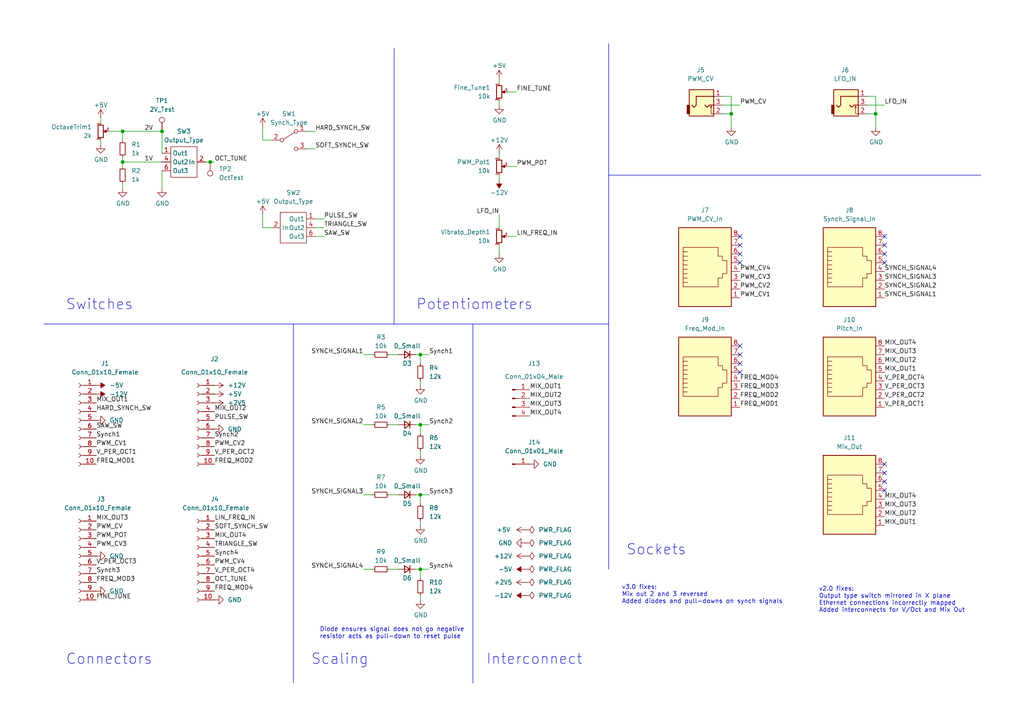
<source format=kicad_sch>
(kicad_sch (version 20230121) (generator eeschema)
  (paper "A4")
  (title_block (title "Quadraphone Controls") (date "2023-03-19") (rev "3.0") (company "Mountjoy Modular"))
  (lib_symbols
    (symbol "Connector:Conn_01x01_Pin" (pin_names (offset 1.016) hide)
      (property "Reference" "J" (at 0 2.54 0))
      (property "Value" "Conn_01x01_Pin" (at 0 -2.54 0))
      (symbol "Conn_01x01_Pin_1_1"
        (polyline (pts (xy 1.27 0) (xy 0.8636 0)) (stroke (width 0.1524)))
        (rectangle (start 0.8636 0.127) (end 0 -0.127) (stroke (width 0.1524)) (fill (type outline)))
        (pin passive line (at 5.08 0 180) (length 3.81) (name "Pin_1") (number "1"))
      )
    )
    (symbol "Connector:Conn_01x04_Pin" (pin_names (offset 1.016) hide)
      (property "Reference" "J" (at 0 5.08 0))
      (property "Value" "Conn_01x04_Pin" (at 0 -7.62 0))
      (symbol "Conn_01x04_Pin_1_1"
        (polyline (pts (xy 1.27 -5.08) (xy 0.8636 -5.08)) (stroke (width 0.1524)))
        (polyline (pts (xy 1.27 -2.54) (xy 0.8636 -2.54)) (stroke (width 0.1524)))
        (polyline (pts (xy 1.27 0) (xy 0.8636 0)) (stroke (width 0.1524)))
        (polyline (pts (xy 1.27 2.54) (xy 0.8636 2.54)) (stroke (width 0.1524)))
        (rectangle (start 0.8636 -4.953) (end 0 -5.207) (stroke (width 0.1524)) (fill (type outline)))
        (rectangle (start 0.8636 -2.413) (end 0 -2.667) (stroke (width 0.1524)) (fill (type outline)))
        (rectangle (start 0.8636 0.127) (end 0 -0.127) (stroke (width 0.1524)) (fill (type outline)))
        (rectangle (start 0.8636 2.667) (end 0 2.413) (stroke (width 0.1524)) (fill (type outline)))
        (pin passive line (at 5.08 2.54 180) (length 3.81) (name "Pin_1") (number "1"))
        (pin passive line (at 5.08 0 180) (length 3.81) (name "Pin_2") (number "2"))
        (pin passive line (at 5.08 -2.54 180) (length 3.81) (name "Pin_3") (number "3"))
        (pin passive line (at 5.08 -5.08 180) (length 3.81) (name "Pin_4") (number "4"))
      )
    )
    (symbol "Connector:Conn_01x10_Socket" (pin_names (offset 1.016) hide)
      (property "Reference" "J" (at 0 12.7 0))
      (property "Value" "Conn_01x10_Socket" (at 0 -15.24 0))
      (symbol "Conn_01x10_Socket_1_1"
        (arc (start 0 -12.192) (mid -0.5058 -12.7) (end 0 -13.208) (stroke (width 0.1524)))
        (arc (start 0 -9.652) (mid -0.5058 -10.16) (end 0 -10.668) (stroke (width 0.1524)))
        (arc (start 0 -7.112) (mid -0.5058 -7.62) (end 0 -8.128) (stroke (width 0.1524)))
        (arc (start 0 -4.572) (mid -0.5058 -5.08) (end 0 -5.588) (stroke (width 0.1524)))
        (arc (start 0 -2.032) (mid -0.5058 -2.54) (end 0 -3.048) (stroke (width 0.1524)))
        (polyline (pts (xy -1.27 -12.7) (xy -0.508 -12.7)) (stroke (width 0.1524)))
        (polyline (pts (xy -1.27 -10.16) (xy -0.508 -10.16)) (stroke (width 0.1524)))
        (polyline (pts (xy -1.27 -7.62) (xy -0.508 -7.62)) (stroke (width 0.1524)))
        (polyline (pts (xy -1.27 -5.08) (xy -0.508 -5.08)) (stroke (width 0.1524)))
        (polyline (pts (xy -1.27 -2.54) (xy -0.508 -2.54)) (stroke (width 0.1524)))
        (polyline (pts (xy -1.27 0) (xy -0.508 0)) (stroke (width 0.1524)))
        (polyline (pts (xy -1.27 2.54) (xy -0.508 2.54)) (stroke (width 0.1524)))
        (polyline (pts (xy -1.27 5.08) (xy -0.508 5.08)) (stroke (width 0.1524)))
        (polyline (pts (xy -1.27 7.62) (xy -0.508 7.62)) (stroke (width 0.1524)))
        (polyline (pts (xy -1.27 10.16) (xy -0.508 10.16)) (stroke (width 0.1524)))
        (arc (start 0 0.508) (mid -0.5058 0) (end 0 -0.508) (stroke (width 0.1524)))
        (arc (start 0 3.048) (mid -0.5058 2.54) (end 0 2.032) (stroke (width 0.1524)))
        (arc (start 0 5.588) (mid -0.5058 5.08) (end 0 4.572) (stroke (width 0.1524)))
        (arc (start 0 8.128) (mid -0.5058 7.62) (end 0 7.112) (stroke (width 0.1524)))
        (arc (start 0 10.668) (mid -0.5058 10.16) (end 0 9.652) (stroke (width 0.1524)))
        (pin passive line (at -5.08 10.16 0) (length 3.81) (name "Pin_1") (number "1"))
        (pin passive line (at -5.08 -12.7 0) (length 3.81) (name "Pin_10") (number "10"))
        (pin passive line (at -5.08 7.62 0) (length 3.81) (name "Pin_2") (number "2"))
        (pin passive line (at -5.08 5.08 0) (length 3.81) (name "Pin_3") (number "3"))
        (pin passive line (at -5.08 2.54 0) (length 3.81) (name "Pin_4") (number "4"))
        (pin passive line (at -5.08 0 0) (length 3.81) (name "Pin_5") (number "5"))
        (pin passive line (at -5.08 -2.54 0) (length 3.81) (name "Pin_6") (number "6"))
        (pin passive line (at -5.08 -5.08 0) (length 3.81) (name "Pin_7") (number "7"))
        (pin passive line (at -5.08 -7.62 0) (length 3.81) (name "Pin_8") (number "8"))
        (pin passive line (at -5.08 -10.16 0) (length 3.81) (name "Pin_9") (number "9"))
      )
    )
    (symbol "Connector:RJ45" (pin_names (offset 1.016))
      (property "Reference" "J" (at -5.08 13.97 0))
      (property "Value" "RJ45" (at 2.54 13.97 0))
      (symbol "RJ45_0_1"
        (polyline (pts (xy -5.08 4.445) (xy -6.35 4.445)))
        (polyline (pts (xy -5.08 5.715) (xy -6.35 5.715)))
        (polyline (pts (xy -6.35 -3.175) (xy -5.08 -3.175) (xy -5.08 -3.175)))
        (polyline (pts (xy -6.35 -1.905) (xy -5.08 -1.905) (xy -5.08 -1.905)))
        (polyline (pts (xy -6.35 -0.635) (xy -5.08 -0.635) (xy -5.08 -0.635)))
        (polyline (pts (xy -6.35 0.635) (xy -5.08 0.635) (xy -5.08 0.635)))
        (polyline (pts (xy -6.35 1.905) (xy -5.08 1.905) (xy -5.08 1.905)))
        (polyline (pts (xy -5.08 3.175) (xy -6.35 3.175) (xy -6.35 3.175)))
        (polyline (pts (xy -6.35 -4.445) (xy -6.35 6.985) (xy 3.81 6.985) (xy 3.81 4.445) (xy 5.08 4.445) (xy 5.08 3.175) (xy 6.35 3.175) (xy 6.35 -0.635) (xy 5.08 -0.635) (xy 5.08 -1.905) (xy 3.81 -1.905) (xy 3.81 -4.445) (xy -6.35 -4.445) (xy -6.35 -4.445)))
        (rectangle (start 7.62 12.7) (end -7.62 -10.16) (stroke (width 0.254)) (fill (type background)))
      )
      (symbol "RJ45_1_1"
        (pin passive line (at 10.16 -7.62 180) (length 2.54) (name "~") (number "1"))
        (pin passive line (at 10.16 -5.08 180) (length 2.54) (name "~") (number "2"))
        (pin passive line (at 10.16 -2.54 180) (length 2.54) (name "~") (number "3"))
        (pin passive line (at 10.16 0 180) (length 2.54) (name "~") (number "4"))
        (pin passive line (at 10.16 2.54 180) (length 2.54) (name "~") (number "5"))
        (pin passive line (at 10.16 5.08 180) (length 2.54) (name "~") (number "6"))
        (pin passive line (at 10.16 7.62 180) (length 2.54) (name "~") (number "7"))
        (pin passive line (at 10.16 10.16 180) (length 2.54) (name "~") (number "8"))
      )
    )
    (symbol "Connector:TestPoint" (pin_numbers hide) (pin_names (offset 0.762) hide)
      (property "Reference" "TP" (at 0 6.858 0))
      (property "Value" "TestPoint" (at 0 5.08 0))
      (symbol "TestPoint_0_1"
        (circle (center 0 3.302) (radius 0.762))
      )
      (symbol "TestPoint_1_1"
        (pin passive line (at 0 0 90) (length 2.54) (name "1") (number "1"))
      )
    )
    (symbol "Custom_Audio:DPDT_Switch"
      (property "Reference" "U" (at 0 5.08 0))
      (property "Value" "DPDT_Switch" (at 0 -6.985 0))
      (symbol "DPDT_Switch_0_1"
        (rectangle (start -3.81 3.175) (end 3.81 -5.715))
      )
      (symbol "DPDT_Switch_1_1"
        (pin passive line (at 6.35 1.27 180) (length 2.54) (name "Out1") (number "1"))
        (pin passive line (at -6.35 -1.27 0) (length 2.54) (name "In") (number "2"))
        (pin passive line (at -6.35 -3.81 0) (length 2.54) hide (name "Pin3") (number "3"))
        (pin passive line (at 6.35 -1.27 180) (length 2.54) (name "Out2") (number "4"))
        (pin passive line (at -6.35 -3.81 0) (length 2.54) hide (name "Pin5") (number "5"))
        (pin passive line (at 6.35 -3.81 180) (length 2.54) (name "Out3") (number "6"))
      )
    )
    (symbol "Device:D_Small" (pin_numbers hide) (pin_names (offset 0.254) hide)
      (property "Reference" "D" (at -1.27 2.032 0))
      (property "Value" "D_Small" (at -3.81 -2.032 0))
      (symbol "D_Small_0_1"
        (polyline (pts (xy -0.762 -1.016) (xy -0.762 1.016)) (stroke (width 0.254)))
        (polyline (pts (xy -0.762 0) (xy 0.762 0)))
        (polyline (pts (xy 0.762 -1.016) (xy -0.762 0) (xy 0.762 1.016) (xy 0.762 -1.016)) (stroke (width 0.254)))
      )
      (symbol "D_Small_1_1"
        (pin passive line (at -2.54 0 0) (length 1.778) (name "K") (number "1"))
        (pin passive line (at 2.54 0 180) (length 1.778) (name "A") (number "2"))
      )
    )
    (symbol "Device:R_Potentiometer_Small" (pin_names (offset 1.016) hide)
      (property "Reference" "RV" (at -4.445 0 90))
      (property "Value" "R_Potentiometer_Small" (at -2.54 0 90))
      (symbol "R_Potentiometer_Small_0_1"
        (polyline (pts (xy 0.889 0) (xy 0.635 0) (xy 1.651 0.381) (xy 1.651 -0.381) (xy 0.635 0) (xy 0.889 0)) (fill (type outline)))
        (rectangle (start 0.762 1.8034) (end -0.762 -1.8034) (stroke (width 0.254)))
      )
      (symbol "R_Potentiometer_Small_1_1"
        (pin passive line (at 0 2.54 270) (length 0.635) (name "1") (number "1"))
        (pin passive line (at 2.54 0 180) (length 0.9906) (name "2") (number "2"))
        (pin passive line (at 0 -2.54 90) (length 0.635) (name "3") (number "3"))
      )
    )
    (symbol "Device:R_Small" (pin_numbers hide) (pin_names (offset 0.254) hide)
      (property "Reference" "R" (at 0.762 0.508 0))
      (property "Value" "R_Small" (at 0.762 -1.016 0))
      (symbol "R_Small_0_1"
        (rectangle (start -0.762 1.778) (end 0.762 -1.778) (stroke (width 0.2032)))
      )
      (symbol "R_Small_1_1"
        (pin passive line (at 0 2.54 270) (length 0.762) (name "~") (number "1"))
        (pin passive line (at 0 -2.54 90) (length 0.762) (name "~") (number "2"))
      )
    )
    (symbol "Mountjoy:3d_Model_Dummy"
      (property "Reference" "D" (at 0 0 0))
      (property "Value" "3d_Model_Dummy" (at 0 0 0))
    )
    (symbol "Switch:SW_SPDT" (pin_names (offset 0) hide)
      (property "Reference" "SW" (at 0 4.318 0))
      (property "Value" "SW_SPDT" (at 0 -5.08 0))
      (symbol "SW_SPDT_0_0"
        (circle (center -2.032 0) (radius 0.508))
        (circle (center 2.032 -2.54) (radius 0.508))
      )
      (symbol "SW_SPDT_0_1"
        (polyline (pts (xy -1.524 0.254) (xy 1.651 2.286)))
        (circle (center 2.032 2.54) (radius 0.508))
      )
      (symbol "SW_SPDT_1_1"
        (pin passive line (at 5.08 2.54 180) (length 2.54) (name "A") (number "1"))
        (pin passive line (at -5.08 0 0) (length 2.54) (name "B") (number "2"))
        (pin passive line (at 5.08 -2.54 180) (length 2.54) (name "C") (number "3"))
      )
    )
    (symbol "power:+12V" (power) (pin_names (offset 0))
      (property "Value" "+12V" (at 0 3.556 0))
      (symbol "+12V_0_1"
        (polyline (pts (xy -0.762 1.27) (xy 0 2.54)))
        (polyline (pts (xy 0 0) (xy 0 2.54)))
        (polyline (pts (xy 0 2.54) (xy 0.762 1.27)))
      )
      (symbol "+12V_1_1"
        (pin power_in line (at 0 0 90) (length 0) hide (name "+12V") (number "1"))
      )
    )
    (symbol "power:+2V5" (power) (pin_names (offset 0))
      (property "Value" "+2V5" (at 0 3.556 0))
      (symbol "+2V5_0_1"
        (polyline (pts (xy -0.762 1.27) (xy 0 2.54)))
        (polyline (pts (xy 0 0) (xy 0 2.54)))
        (polyline (pts (xy 0 2.54) (xy 0.762 1.27)))
      )
      (symbol "+2V5_1_1"
        (pin power_in line (at 0 0 90) (length 0) hide (name "+2V5") (number "1"))
      )
    )
    (symbol "power:+5V" (power) (pin_names (offset 0))
      (property "Value" "+5V" (at 0 3.556 0))
      (symbol "+5V_0_1"
        (polyline (pts (xy -0.762 1.27) (xy 0 2.54)))
        (polyline (pts (xy 0 0) (xy 0 2.54)))
        (polyline (pts (xy 0 2.54) (xy 0.762 1.27)))
      )
      (symbol "+5V_1_1"
        (pin power_in line (at 0 0 90) (length 0) hide (name "+5V") (number "1"))
      )
    )
    (symbol "power:-12V" (power) (pin_names (offset 0))
      (property "Value" "-12V" (at 0 3.81 0))
      (symbol "-12V_0_0"
        (pin power_in line (at 0 0 90) (length 0) hide (name "-12V") (number "1"))
      )
      (symbol "-12V_0_1"
        (polyline (pts (xy 0 0) (xy 0 1.27) (xy 0.762 1.27) (xy 0 2.54) (xy -0.762 1.27) (xy 0 1.27)) (fill (type outline)))
      )
    )
    (symbol "power:-5V" (power) (pin_names (offset 0))
      (property "Value" "-5V" (at 0 3.81 0))
      (symbol "-5V_0_0"
        (pin power_in line (at 0 0 90) (length 0) hide (name "-5V") (number "1"))
      )
      (symbol "-5V_0_1"
        (polyline (pts (xy 0 0) (xy 0 1.27) (xy 0.762 1.27) (xy 0 2.54) (xy -0.762 1.27) (xy 0 1.27)) (fill (type outline)))
      )
    )
    (symbol "power:GND" (power) (pin_names (offset 0))
      (property "Value" "GND" (at 0 -3.81 0))
      (symbol "GND_0_1"
        (polyline (pts (xy 0 0) (xy 0 -1.27) (xy 1.27 -1.27) (xy 0 -2.54) (xy -1.27 -1.27) (xy 0 -1.27)))
      )
      (symbol "GND_1_1"
        (pin power_in line (at 0 0 270) (length 0) hide (name "GND") (number "1"))
      )
    )
    (symbol "power:PWR_FLAG" (power) (pin_numbers hide) (pin_names (offset 0) hide)
      (property "Value" "PWR_FLAG" (at 0 3.81 0))
      (symbol "PWR_FLAG_0_0"
        (pin power_out line (at 0 0 90) (length 0) (name "pwr") (number "1"))
      )
      (symbol "PWR_FLAG_0_1"
        (polyline (pts (xy 0 0) (xy 0 1.27) (xy -1.016 1.905) (xy 0 2.54) (xy 1.016 1.905) (xy 0 1.27)))
      )
    )
    (symbol "thonkiconn:AudioJack2_Ground_Switch" (pin_names (offset 1.016))
      (property "Reference" "J" (at 0 8.89 0))
      (property "Value" "AudioJack2_Ground_Switch" (at 0 6.35 0))
      (symbol "AudioJack2_Ground_Switch_0_1"
        (rectangle (start -4.445 -2.54) (end -5.207 0) (fill (type outline)))
        (polyline (pts (xy 1.778 -0.254) (xy 2.032 -0.762)))
        (polyline (pts (xy 0 0) (xy 0.635 -0.635) (xy 1.27 0) (xy 2.54 0)) (stroke (width 0.254)))
        (polyline (pts (xy 2.54 -2.54) (xy 1.778 -2.54) (xy 1.778 -0.254) (xy 1.524 -0.762)))
        (polyline (pts (xy 2.54 2.54) (xy -2.54 2.54) (xy -2.54 0) (xy -3.175 -0.635) (xy -3.81 0)) (stroke (width 0.254)))
        (rectangle (start 2.54 -3.175) (end -4.572 4.445) (stroke (width 0.254)) (fill (type background)))
      )
      (symbol "AudioJack2_Ground_Switch_1_1"
        (pin passive line (at 5.08 2.54 180) (length 2.54) (name "~") (number "1"))
        (pin passive line (at 5.08 -2.54 180) (length 2.54) (name "~") (number "2"))
        (pin passive line (at 5.08 0 180) (length 2.54) (name "~") (number "3"))
      )
    )
  )
  (junction (at 121.92 123.19))
  (junction (at 35.56 38.1))
  (junction (at 212.09 33.02))
  (junction (at 60.96 46.99))
  (junction (at 35.56 46.99))
  (junction (at 121.92 102.87))
  (junction (at 254 33.02))
  (junction (at 121.92 165.1))
  (junction (at 46.99 38.1))
  (junction (at 121.92 143.51))
  (no_connect (at 214.63 100.33))
  (no_connect (at 214.63 68.58))
  (no_connect (at 214.63 76.2))
  (no_connect (at 256.54 73.66))
  (no_connect (at 256.54 139.7))
  (no_connect (at 256.54 134.62))
  (no_connect (at 214.63 105.41))
  (no_connect (at 256.54 71.12))
  (no_connect (at 214.63 102.87))
  (no_connect (at 256.54 137.16))
  (no_connect (at 214.63 107.95))
  (no_connect (at 256.54 76.2))
  (no_connect (at 214.63 71.12))
  (no_connect (at 256.54 142.24))
  (no_connect (at 256.54 68.58))
  (no_connect (at 214.63 73.66))
  (wire (pts (xy 121.92 111.76) (xy 121.92 110.49)))
  (wire (pts (xy 113.03 102.87) (xy 115.57 102.87)))
  (wire (pts (xy 76.2 36.83) (xy 76.2 40.64)))
  (wire (pts (xy 121.92 132.08) (xy 121.92 130.81)))
  (wire (pts (xy 120.65 123.19) (xy 121.92 123.19)))
  (wire (pts (xy 209.55 33.02) (xy 212.09 33.02)))
  (wire (pts (xy 31.75 38.1) (xy 35.56 38.1)))
  (wire (pts (xy 144.78 44.45) (xy 144.78 45.72)))
  (wire (pts (xy 76.2 66.04) (xy 78.74 66.04)))
  (wire (pts (xy 121.92 165.1) (xy 121.92 167.64)))
  (polyline (pts (xy 137.16 93.98) (xy 137.16 198.12)))
  (wire (pts (xy 35.56 38.1) (xy 35.56 40.64)))
  (wire (pts (xy 209.55 27.94) (xy 212.09 27.94)))
  (wire (pts (xy 121.92 165.1) (xy 124.46 165.1)))
  (wire (pts (xy 121.92 123.19) (xy 121.92 125.73)))
  (wire (pts (xy 212.09 33.02) (xy 212.09 36.83)))
  (wire (pts (xy 121.92 173.99) (xy 121.92 172.72)))
  (wire (pts (xy 46.99 49.53) (xy 46.99 54.61)))
  (wire (pts (xy 120.65 102.87) (xy 121.92 102.87)))
  (wire (pts (xy 147.32 26.67) (xy 149.86 26.67)))
  (wire (pts (xy 91.44 66.04) (xy 93.98 66.04)))
  (polyline (pts (xy 114.3 93.98) (xy 176.53 93.98)))
  (wire (pts (xy 35.56 38.1) (xy 46.99 38.1)))
  (wire (pts (xy 113.03 123.19) (xy 115.57 123.19)))
  (wire (pts (xy 144.78 71.12) (xy 144.78 73.66)))
  (wire (pts (xy 121.92 123.19) (xy 124.46 123.19)))
  (wire (pts (xy 88.9 43.18) (xy 91.44 43.18)))
  (wire (pts (xy 105.41 102.87) (xy 107.95 102.87)))
  (wire (pts (xy 76.2 62.23) (xy 76.2 66.04)))
  (wire (pts (xy 251.46 27.94) (xy 254 27.94)))
  (wire (pts (xy 147.32 48.26) (xy 149.86 48.26)))
  (wire (pts (xy 144.78 50.8) (xy 144.78 52.07)))
  (wire (pts (xy 121.92 102.87) (xy 121.92 105.41)))
  (wire (pts (xy 35.56 54.61) (xy 35.56 53.34)))
  (wire (pts (xy 121.92 152.4) (xy 121.92 151.13)))
  (wire (pts (xy 120.65 143.51) (xy 121.92 143.51)))
  (wire (pts (xy 147.32 68.58) (xy 149.86 68.58)))
  (polyline (pts (xy 176.53 50.8) (xy 284.48 50.8)))
  (wire (pts (xy 35.56 46.99) (xy 46.99 46.99)))
  (wire (pts (xy 251.46 33.02) (xy 254 33.02)))
  (wire (pts (xy 88.9 38.1) (xy 91.44 38.1)))
  (wire (pts (xy 209.55 30.48) (xy 214.63 30.48)))
  (wire (pts (xy 35.56 45.72) (xy 35.56 46.99)))
  (wire (pts (xy 60.96 46.99) (xy 62.23 46.99)))
  (wire (pts (xy 212.09 27.94) (xy 212.09 33.02)))
  (wire (pts (xy 254 27.94) (xy 254 33.02)))
  (wire (pts (xy 251.46 30.48) (xy 256.54 30.48)))
  (wire (pts (xy 91.44 68.58) (xy 93.98 68.58)))
  (wire (pts (xy 144.78 62.23) (xy 144.78 66.04)))
  (wire (pts (xy 121.92 102.87) (xy 124.46 102.87)))
  (wire (pts (xy 254 33.02) (xy 254 36.83)))
  (wire (pts (xy 46.99 38.1) (xy 46.99 44.45)))
  (wire (pts (xy 113.03 143.51) (xy 115.57 143.51)))
  (wire (pts (xy 144.78 30.48) (xy 144.78 29.21)))
  (polyline (pts (xy 12.7 93.98) (xy 114.3 93.98)))
  (wire (pts (xy 35.56 46.99) (xy 35.56 48.26)))
  (wire (pts (xy 113.03 165.1) (xy 115.57 165.1)))
  (wire (pts (xy 120.65 165.1) (xy 121.92 165.1)))
  (wire (pts (xy 121.92 143.51) (xy 121.92 146.05)))
  (wire (pts (xy 105.41 123.19) (xy 107.95 123.19)))
  (polyline (pts (xy 85.09 93.98) (xy 85.09 198.12)))
  (wire (pts (xy 59.69 46.99) (xy 60.96 46.99)))
  (wire (pts (xy 105.41 165.1) (xy 107.95 165.1)))
  (wire (pts (xy 91.44 63.5) (xy 93.98 63.5)))
  (wire (pts (xy 29.21 34.29) (xy 29.21 35.56)))
  (wire (pts (xy 29.21 40.64) (xy 29.21 41.91)))
  (wire (pts (xy 105.41 143.51) (xy 107.95 143.51)))
  (polyline (pts (xy 176.53 12.7) (xy 176.53 165.1)))
  (wire (pts (xy 144.78 22.86) (xy 144.78 24.13)))
  (wire (pts (xy 121.92 143.51) (xy 124.46 143.51)))
  (wire (pts (xy 76.2 40.64) (xy 78.74 40.64)))
  (polyline (pts (xy 114.3 13.97) (xy 114.3 93.98)))
  (text "Connectors" (at 19.05 193.04 0) (effects (font (size 3 3)) (justify left bottom)))
  (text "Diode ensures signal does not go negative\nresistor acts as pull-down to reset pulse" (at 92.71 185.42 0) (effects (font (size 1.27 1.27)) (justify left bottom)))
  (text "Scaling" (at 90.17 193.04 0) (effects (font (size 3 3)) (justify left bottom)))
  (text "Potentiometers" (at 120.65 90.17 0) (effects (font (size 3 3)) (justify left bottom)))
  (text "v2.0 fixes:\nOutput type switch mirrored in X plane\nEthernet connections incorrectly mapped\nAdded interconnects for V/Oct and Mix Out" (at 237.49 177.8 0) (effects (font (size 1.27 1.27)) (justify left bottom)))
  (text "v3.0 fixes:\nMix out 2 and 3 reversed\nAdded diodes and pull-downs on synch signals" (at 180.34 175.26 0) (effects (font (size 1.27 1.27)) (justify left bottom)))
  (text "Sockets" (at 181.61 161.29 0) (effects (font (size 3 3)) (justify left bottom)))
  (text "Switches" (at 19.05 90.17 0) (effects (font (size 3 3)) (justify left bottom)))
  (text "Interconnect" (at 140.97 193.04 0) (effects (font (size 3 3)) (justify left bottom)))
  (label "V_PER_OCT3" (at 27.94 163.83 0))
  (label "LFO_IN" (at 256.54 30.48 0))
  (label "V_PER_OCT1" (at 27.94 132.08 0))
  (label "V_PER_OCT4" (at 256.54 110.49 0))
  (label "FREQ_MOD1" (at 27.94 134.62 0))
  (label "MIX_OUT2" (at 62.23 119.38 0))
  (label "V_PER_OCT2" (at 256.54 115.57 0))
  (label "PWM_POT" (at 27.94 156.21 0))
  (label "SYNCH_SIGNAL1" (at 105.41 102.87 180))
  (label "MIX_OUT3" (at 256.54 147.32 0))
  (label "MIX_OUT3" (at 256.54 102.87 0))
  (label "V_PER_OCT1" (at 256.54 118.11 0))
  (label "2V" (at 41.91 38.1 0))
  (label "LFO_IN" (at 144.78 62.23 180))
  (label "PWM_CV2" (at 62.23 129.54 0))
  (label "FREQ_MOD3" (at 214.63 113.03 0))
  (label "SYNCH_SIGNAL3" (at 256.54 81.28 0))
  (label "V_PER_OCT4" (at 62.23 166.37 0))
  (label "Synch2" (at 62.23 127 0))
  (label "OCT_TUNE" (at 62.23 168.91 0))
  (label "FREQ_MOD3" (at 27.94 168.91 0))
  (label "MIX_OUT3" (at 27.94 151.13 0))
  (label "PWM_CV2" (at 214.63 83.82 0))
  (label "PULSE_SW" (at 93.98 63.5 0))
  (label "FREQ_MOD1" (at 214.63 118.11 0))
  (label "TRIANGLE_SW" (at 62.23 158.75 0))
  (label "MIX_OUT4" (at 62.23 156.21 0))
  (label "MIX_OUT1" (at 256.54 107.95 0))
  (label "PWM_CV1" (at 214.63 86.36 0))
  (label "Synch1" (at 124.46 102.87 0))
  (label "V_PER_OCT2" (at 62.23 132.08 0))
  (label "PWM_CV4" (at 62.23 163.83 0))
  (label "HARD_SYNCH_SW" (at 27.94 119.38 0))
  (label "MIX_OUT2" (at 256.54 149.86 0))
  (label "PWM_CV" (at 214.63 30.48 0))
  (label "SYNCH_SIGNAL4" (at 256.54 78.74 0))
  (label "MIX_OUT3" (at 153.67 118.11 0))
  (label "MIX_OUT1" (at 27.94 116.84 0))
  (label "FREQ_MOD2" (at 214.63 115.57 0))
  (label "Synch4" (at 124.46 165.1 0))
  (label "1V" (at 41.91 46.99 0))
  (label "FREQ_MOD4" (at 214.63 110.49 0))
  (label "SOFT_SYNCH_SW" (at 62.23 153.67 0))
  (label "Synch1" (at 27.94 127 0))
  (label "MIX_OUT1" (at 153.67 113.03 0))
  (label "MIX_OUT2" (at 153.67 115.57 0))
  (label "SAW_SW" (at 27.94 124.46 0))
  (label "MIX_OUT4" (at 153.67 120.65 0))
  (label "Synch2" (at 124.46 123.19 0))
  (label "FINE_TUNE" (at 27.94 173.99 0))
  (label "MIX_OUT4" (at 256.54 100.33 0))
  (label "Synch4" (at 62.23 161.29 0))
  (label "SYNCH_SIGNAL3" (at 105.41 143.51 180))
  (label "MIX_OUT4" (at 256.54 144.78 0))
  (label "PWM_CV" (at 27.94 153.67 0))
  (label "LIN_FREQ_IN" (at 149.86 68.58 0))
  (label "HARD_SYNCH_SW" (at 91.44 38.1 0))
  (label "PWM_CV4" (at 214.63 78.74 0))
  (label "PWM_CV3" (at 27.94 158.75 0))
  (label "PWM_POT" (at 149.86 48.26 0))
  (label "SOFT_SYNCH_SW" (at 91.44 43.18 0))
  (label "SYNCH_SIGNAL2" (at 256.54 83.82 0))
  (label "FINE_TUNE" (at 149.86 26.67 0))
  (label "SYNCH_SIGNAL4" (at 105.41 165.1 180))
  (label "V_PER_OCT3" (at 256.54 113.03 0))
  (label "SYNCH_SIGNAL2" (at 105.41 123.19 180))
  (label "TRIANGLE_SW" (at 93.98 66.04 0))
  (label "MIX_OUT1" (at 256.54 152.4 0))
  (label "Synch3" (at 124.46 143.51 0))
  (label "PWM_CV3" (at 214.63 81.28 0))
  (label "PWM_CV1" (at 27.94 129.54 0))
  (label "Synch3" (at 27.94 166.37 0))
  (label "SAW_SW" (at 93.98 68.58 0))
  (label "LIN_FREQ_IN" (at 62.23 151.13 0))
  (label "SYNCH_SIGNAL1" (at 256.54 86.36 0))
  (label "FREQ_MOD4" (at 62.23 171.45 0))
  (label "FREQ_MOD2" (at 62.23 134.62 0))
  (label "PULSE_SW" (at 62.23 121.92 0))
  (label "MIX_OUT2" (at 256.54 105.41 0))
  (label "OCT_TUNE" (at 62.23 46.99 0))
  (symbol (lib_id "thonkiconn:AudioJack2_Ground_Switch") (at 204.47 30.48 0) (unit 1)
    (property "Reference" "J5" (at 203.2 20.32 0))
    (property "Value" "PWM_CV" (at 203.2 22.86 0))
    (property "Footprint" "Custom_Footprints:THONKICONN_hole" (effects hide))
  )
  (symbol (lib_id "Connector:Conn_01x01_Pin") (at 148.59 134.62 0) (unit 1)
    (property "Reference" "J14" (at 154.94 128.27 0))
    (property "Value" "Conn_01x01_Male" (at 154.94 130.81 0))
    (property "Footprint" "Connector_PinHeader_2.54mm:PinHeader_1x01_P2.54mm_Vertical" (effects hide))
  )
  (symbol (lib_id "power:PWR_FLAG") (at 152.4 168.91 270) (unit 1)
    (property "Reference" "#FLG0106" (effects hide))
    (property "Value" "PWR_FLAG" (at 156.21 168.9099 90) (effects (justify left)))
  )
  (symbol (lib_id "Connector:Conn_01x10_Socket") (at 22.86 161.29 0) (mirror y) (unit 1)
    (property "Reference" "J3" (at 30.48 144.78 0) (effects (justify left)))
    (property "Value" "Conn_01x10_Female" (at 38.1 147.32 0) (effects (justify left)))
    (property "Footprint" "Connector_PinSocket_2.54mm:PinSocket_1x10_P2.54mm_Vertical" (effects hide))
  )
  (symbol (lib_id "Connector:RJ45") (at 204.47 110.49 0) (unit 1)
    (property "Reference" "J9" (at 204.47 92.71 0))
    (property "Value" "Freq_Mod_In" (at 204.47 95.25 0))
    (property "Footprint" "Custom_Footprints:RJ45_Molex_42878-8506" (effects hide))
  )
  (symbol (lib_id "power:PWR_FLAG") (at 152.4 157.48 270) (unit 1)
    (property "Reference" "#FLG0102" (effects hide))
    (property "Value" "PWR_FLAG" (at 156.21 157.4799 90) (effects (justify left)))
  )
  (symbol (lib_id "Device:R_Potentiometer_Small") (at 144.78 68.58 0) (unit 1)
    (property "Reference" "Vibrato_Depth1" (at 142.24 67.3099 0) (effects (justify right)))
    (property "Value" "10k" (at 142.24 69.8499 0) (effects (justify right)))
    (property "Footprint" "Custom_Footprints:Alpha_9mm_Potentiometer_Aligned" (effects hide))
  )
  (symbol (lib_id "Connector:Conn_01x10_Socket") (at 57.15 121.92 0) (mirror y) (unit 1)
    (property "Reference" "J2" (at 62.23 104.14 0))
    (property "Value" "Conn_01x10_Female" (at 62.23 107.95 0))
    (property "Footprint" "Connector_PinSocket_2.54mm:PinSocket_1x10_P2.54mm_Vertical" (effects hide))
  )
  (symbol (lib_id "power:+12V") (at 144.78 44.45 0) (mirror y) (unit 1)
    (property "Reference" "#PWR017" (effects hide))
    (property "Value" "+12V" (at 144.78 40.64 0))
  )
  (symbol (lib_id "power:PWR_FLAG") (at 152.4 153.67 270) (unit 1)
    (property "Reference" "#FLG0103" (effects hide))
    (property "Value" "PWR_FLAG" (at 156.21 153.6699 90) (effects (justify left)))
  )
  (symbol (lib_id "power:GND") (at 144.78 30.48 0) (unit 1)
    (property "Reference" "#PWR010" (effects hide))
    (property "Value" "GND" (at 144.907 34.8742 0))
  )
  (symbol (lib_id "Connector:Conn_01x10_Socket") (at 57.15 161.29 0) (mirror y) (unit 1)
    (property "Reference" "J4" (at 63.5 144.78 0) (effects (justify left)))
    (property "Value" "Conn_01x10_Female" (at 72.39 147.32 0) (effects (justify left)))
    (property "Footprint" "Connector_PinSocket_2.54mm:PinSocket_1x10_P2.54mm_Vertical" (effects hide))
  )
  (symbol (lib_id "power:GND") (at 254 36.83 0) (unit 1)
    (property "Reference" "#PWR021" (effects hide))
    (property "Value" "GND" (at 254.127 41.2242 0))
  )
  (symbol (lib_id "power:GND") (at 27.94 161.29 90) (unit 1)
    (property "Reference" "#PWR014" (effects hide))
    (property "Value" "GND" (at 31.75 161.2899 90) (effects (justify right)))
  )
  (symbol (lib_id "power:GND") (at 27.94 171.45 90) (unit 1)
    (property "Reference" "#PWR015" (effects hide))
    (property "Value" "GND" (at 31.75 171.4499 90) (effects (justify right)))
  )
  (symbol (lib_id "Device:D_Small") (at 118.11 102.87 180) (unit 1)
    (property "Reference" "D3" (at 118.11 105.41 0))
    (property "Value" "D_Small" (at 118.11 100.33 0))
    (property "Footprint" "Diode_SMD:D_0603_1608Metric_Pad1.05x0.95mm_HandSolder" (effects hide))
    (property "Sim.Device" "D" (effects hide))
    (property "Sim.Pins" "1=K 2=A" (effects hide))
  )
  (symbol (lib_id "power:GND") (at 121.92 111.76 0) (unit 1)
    (property "Reference" "#PWR013" (effects hide))
    (property "Value" "GND" (at 122.047 116.1542 0))
  )
  (symbol (lib_id "power:PWR_FLAG") (at 152.4 165.1 270) (unit 1)
    (property "Reference" "#FLG0105" (effects hide))
    (property "Value" "PWR_FLAG" (at 156.21 165.0999 90) (effects (justify left)))
  )
  (symbol (lib_id "Device:R_Small") (at 121.92 107.95 0) (unit 1)
    (property "Reference" "R4" (at 124.46 106.68 0) (effects (justify left)))
    (property "Value" "12k" (at 124.46 109.22 0) (effects (justify left)))
    (property "Footprint" "Resistor_SMD:R_0805_2012Metric" (effects hide))
  )
  (symbol (lib_id "power:GND") (at 27.94 121.92 90) (unit 1)
    (property "Reference" "#PWR06" (effects hide))
    (property "Value" "GND" (at 31.75 121.9199 90) (effects (justify right)))
  )
  (symbol (lib_id "power:-12V") (at 152.4 172.72 90) (unit 1)
    (property "Reference" "#PWR022" (effects hide))
    (property "Value" "-12V" (at 148.59 172.72 90) (effects (justify left)))
  )
  (symbol (lib_id "Device:R_Small") (at 110.49 143.51 90) (unit 1)
    (property "Reference" "R7" (at 110.49 138.43 90))
    (property "Value" "10k" (at 110.49 140.97 90))
    (property "Footprint" "Resistor_SMD:R_0805_2012Metric" (effects hide))
  )
  (symbol (lib_id "Connector:RJ45") (at 246.38 78.74 0) (unit 1)
    (property "Reference" "J8" (at 246.38 60.96 0))
    (property "Value" "Synch_Signal_In" (at 246.38 63.5 0))
    (property "Footprint" "Custom_Footprints:RJ45_Molex_42878-8506" (effects hide))
  )
  (symbol (lib_id "power:+5V") (at 76.2 62.23 0) (unit 1)
    (property "Reference" "#PWR012" (effects hide))
    (property "Value" "+5V" (at 76.2 58.42 0))
  )
  (symbol (lib_id "power:-5V") (at 27.94 111.76 270) (unit 1)
    (property "Reference" "#PWR01" (effects hide))
    (property "Value" "-5V" (at 31.75 111.7599 90) (effects (justify left)))
  )
  (symbol (lib_id "Connector:TestPoint") (at 60.96 46.99 180) (unit 1)
    (property "Reference" "TP2" (at 63.5 49.022 0) (effects (justify right)))
    (property "Value" "OctTest" (at 63.5 51.562 0) (effects (justify right)))
    (property "Footprint" "Custom_Footprints:1mm_Test_Point" (effects hide))
  )
  (symbol (lib_id "Connector:Conn_01x10_Socket") (at 22.86 121.92 0) (mirror y) (unit 1)
    (property "Reference" "J1" (at 30.48 105.41 0))
    (property "Value" "Conn_01x10_Female" (at 30.48 107.95 0))
    (property "Footprint" "Connector_PinSocket_2.54mm:PinSocket_1x10_P2.54mm_Vertical" (effects hide))
  )
  (symbol (lib_id "power:+2V5") (at 152.4 168.91 90) (unit 1)
    (property "Reference" "#PWR0107" (effects hide))
    (property "Value" "+2V5" (at 148.59 168.9099 90) (effects (justify left)))
  )
  (symbol (lib_id "Device:R_Small") (at 110.49 102.87 90) (unit 1)
    (property "Reference" "R3" (at 110.49 97.79 90))
    (property "Value" "10k" (at 110.49 100.33 90))
    (property "Footprint" "Resistor_SMD:R_0805_2012Metric" (effects hide))
  )
  (symbol (lib_id "power:PWR_FLAG") (at 152.4 172.72 270) (unit 1)
    (property "Reference" "#FLG01" (effects hide))
    (property "Value" "PWR_FLAG" (at 156.21 172.7199 90) (effects (justify left)))
  )
  (symbol (lib_id "Device:R_Potentiometer_Small") (at 144.78 26.67 0) (unit 1)
    (property "Reference" "Fine_Tune1" (at 142.24 25.3999 0) (effects (justify right)))
    (property "Value" "10k" (at 142.24 27.9399 0) (effects (justify right)))
    (property "Footprint" "Custom_Footprints:Alpha_9mm_Potentiometer_Aligned" (effects hide))
  )
  (symbol (lib_id "Device:R_Potentiometer_Small") (at 29.21 38.1 0) (unit 1)
    (property "Reference" "OctaveTrim1" (at 26.67 36.83 0) (effects (justify right)))
    (property "Value" "2k" (at 26.67 39.37 0) (effects (justify right)))
    (property "Footprint" "Potentiometer_THT:Potentiometer_Bourns_3266W_Vertical" (effects hide))
  )
  (symbol (lib_id "Device:R_Small") (at 121.92 128.27 0) (unit 1)
    (property "Reference" "R6" (at 124.46 127 0) (effects (justify left)))
    (property "Value" "12k" (at 124.46 129.54 0) (effects (justify left)))
    (property "Footprint" "Resistor_SMD:R_0805_2012Metric" (effects hide))
  )
  (symbol (lib_id "Device:R_Small") (at 35.56 50.8 0) (unit 1)
    (property "Reference" "R2" (at 38.1 49.5299 0) (effects (justify left)))
    (property "Value" "1k" (at 38.1 52.0699 0) (effects (justify left)))
    (property "Footprint" "Resistor_SMD:R_0805_2012Metric" (effects hide))
  )
  (symbol (lib_id "power:GND") (at 121.92 173.99 0) (unit 1)
    (property "Reference" "#PWR027" (effects hide))
    (property "Value" "GND" (at 122.047 178.3842 0))
  )
  (symbol (lib_id "power:+12V") (at 152.4 161.29 90) (mirror x) (unit 1)
    (property "Reference" "#PWR0104" (effects hide))
    (property "Value" "+12V" (at 148.59 161.2899 90) (effects (justify left)))
  )
  (symbol (lib_id "power:GND") (at 35.56 54.61 0) (unit 1)
    (property "Reference" "#PWR0110" (effects hide))
    (property "Value" "GND" (at 35.687 59.0042 0))
  )
  (symbol (lib_id "Device:R_Small") (at 110.49 165.1 90) (unit 1)
    (property "Reference" "R9" (at 110.49 160.02 90))
    (property "Value" "10k" (at 110.49 162.56 90))
    (property "Footprint" "Resistor_SMD:R_0805_2012Metric" (effects hide))
  )
  (symbol (lib_id "power:GND") (at 121.92 152.4 0) (unit 1)
    (property "Reference" "#PWR026" (effects hide))
    (property "Value" "GND" (at 122.047 156.7942 0))
  )
  (symbol (lib_id "power:-12V") (at 144.78 52.07 180) (unit 1)
    (property "Reference" "#PWR018" (effects hide))
    (property "Value" "-12V" (at 144.78 55.88 0))
  )
  (symbol (lib_id "power:GND") (at 46.99 54.61 0) (unit 1)
    (property "Reference" "#PWR011" (effects hide))
    (property "Value" "GND" (at 47.117 59.0042 0))
  )
  (symbol (lib_id "power:GND") (at 121.92 132.08 0) (unit 1)
    (property "Reference" "#PWR025" (effects hide))
    (property "Value" "GND" (at 122.047 136.4742 0))
  )
  (symbol (lib_id "power:GND") (at 144.78 73.66 0) (unit 1)
    (property "Reference" "#PWR019" (effects hide))
    (property "Value" "GND" (at 144.907 78.0542 0))
  )
  (symbol (lib_id "power:GND") (at 29.21 41.91 0) (unit 1)
    (property "Reference" "#PWR0108" (effects hide))
    (property "Value" "GND" (at 29.337 46.3042 0))
  )
  (symbol (lib_id "power:GND") (at 62.23 124.46 90) (unit 1)
    (property "Reference" "#PWR09" (effects hide))
    (property "Value" "GND" (at 66.04 124.4599 90) (effects (justify right)))
  )
  (symbol (lib_id "Connector:RJ45") (at 246.38 144.78 0) (unit 1)
    (property "Reference" "J11" (at 246.38 127 0))
    (property "Value" "Mix_Out" (at 246.38 129.54 0))
    (property "Footprint" "Custom_Footprints:RJ45_Molex_42878-8506" (effects hide))
  )
  (symbol (lib_id "Connector:Conn_01x04_Pin") (at 148.59 115.57 0) (unit 1)
    (property "Reference" "J13" (at 154.94 105.41 0))
    (property "Value" "Conn_01x04_Male" (at 154.94 109.22 0))
    (property "Footprint" "Connector_PinHeader_2.54mm:PinHeader_1x04_P2.54mm_Vertical" (effects hide))
  )
  (symbol (lib_id "power:+5V") (at 144.78 22.86 0) (unit 1)
    (property "Reference" "#PWR0101" (effects hide))
    (property "Value" "+5V" (at 144.78 19.05 0))
  )
  (symbol (lib_id "power:-5V") (at 152.4 165.1 90) (unit 1)
    (property "Reference" "#PWR0105" (effects hide))
    (property "Value" "-5V" (at 148.59 165.1001 90) (effects (justify left)))
  )
  (symbol (lib_id "power:GND") (at 62.23 173.99 90) (unit 1)
    (property "Reference" "#PWR016" (effects hide))
    (property "Value" "GND" (at 66.04 173.9899 90) (effects (justify right)))
  )
  (symbol (lib_id "Custom_Audio:DPDT_Switch") (at 85.09 64.77 0) (unit 1)
    (property "Reference" "SW2" (at 85.09 55.88 0))
    (property "Value" "Output_Type" (at 85.09 58.42 0))
    (property "Footprint" "Custom_Footprints:100DP6T1B1M2QE_ON_ON_ON" (effects hide))
  )
  (symbol (lib_id "power:+2V5") (at 62.23 116.84 270) (unit 1)
    (property "Reference" "#PWR05" (effects hide))
    (property "Value" "+2V5" (at 66.04 116.8399 90) (effects (justify left)))
  )
  (symbol (lib_id "Device:R_Small") (at 110.49 123.19 90) (unit 1)
    (property "Reference" "R5" (at 110.49 118.11 90))
    (property "Value" "10k" (at 110.49 120.65 90))
    (property "Footprint" "Resistor_SMD:R_0805_2012Metric" (effects hide))
  )
  (symbol (lib_id "Device:R_Small") (at 35.56 43.18 0) (unit 1)
    (property "Reference" "R1" (at 38.1 41.9099 0) (effects (justify left)))
    (property "Value" "1k" (at 38.1 44.4499 0) (effects (justify left)))
    (property "Footprint" "Resistor_SMD:R_0805_2012Metric" (effects hide))
  )
  (symbol (lib_id "Device:D_Small") (at 118.11 165.1 180) (unit 1)
    (property "Reference" "D6" (at 118.11 167.64 0))
    (property "Value" "D_Small" (at 118.11 162.56 0))
    (property "Footprint" "Diode_SMD:D_0603_1608Metric_Pad1.05x0.95mm_HandSolder" (effects hide))
    (property "Sim.Device" "D" (effects hide))
    (property "Sim.Pins" "1=K 2=A" (effects hide))
  )
  (symbol (lib_id "Device:R_Small") (at 121.92 148.59 0) (unit 1)
    (property "Reference" "R8" (at 124.46 147.32 0) (effects (justify left)))
    (property "Value" "12k" (at 124.46 149.86 0) (effects (justify left)))
    (property "Footprint" "Resistor_SMD:R_0805_2012Metric" (effects hide))
  )
  (symbol (lib_id "power:+5V") (at 152.4 153.67 90) (unit 1)
    (property "Reference" "#PWR0103" (effects hide))
    (property "Value" "+5V" (at 146.05 153.67 90))
  )
  (symbol (lib_id "power:+5V") (at 29.21 34.29 0) (unit 1)
    (property "Reference" "#PWR0109" (effects hide))
    (property "Value" "+5V" (at 29.21 30.48 0))
  )
  (symbol (lib_id "power:GND") (at 153.67 134.62 90) (unit 1)
    (property "Reference" "#PWR07" (effects hide))
    (property "Value" "GND" (at 157.48 134.6199 90) (effects (justify right)))
  )
  (symbol (lib_id "Device:D_Small") (at 118.11 123.19 180) (unit 1)
    (property "Reference" "D4" (at 118.11 125.73 0))
    (property "Value" "D_Small" (at 118.11 120.65 0))
    (property "Footprint" "Diode_SMD:D_0603_1608Metric_Pad1.05x0.95mm_HandSolder" (effects hide))
    (property "Sim.Device" "D" (effects hide))
    (property "Sim.Pins" "1=K 2=A" (effects hide))
  )
  (symbol (lib_id "Connector:TestPoint") (at 46.99 38.1 0) (unit 1)
    (property "Reference" "TP1" (at 46.99 29.21 0))
    (property "Value" "2V_Test" (at 46.99 31.75 0))
    (property "Footprint" "Custom_Footprints:1mm_Test_Point" (effects hide))
  )
  (symbol (lib_id "Connector:RJ45") (at 204.47 78.74 0) (unit 1)
    (property "Reference" "J7" (at 204.47 60.96 0))
    (property "Value" "PWM_CV_In" (at 204.47 63.5 0))
    (property "Footprint" "Custom_Footprints:RJ45_Molex_42878-8506" (effects hide))
  )
  (symbol (lib_id "power:+12V") (at 62.23 111.76 270) (mirror x) (unit 1)
    (property "Reference" "#PWR02" (effects hide))
    (property "Value" "+12V" (at 66.04 111.7599 90) (effects (justify left)))
  )
  (symbol (lib_id "power:PWR_FLAG") (at 152.4 161.29 270) (unit 1)
    (property "Reference" "#FLG0101" (effects hide))
    (property "Value" "PWR_FLAG" (at 156.21 161.2899 90) (effects (justify left)))
  )
  (symbol (lib_id "thonkiconn:AudioJack2_Ground_Switch") (at 246.38 30.48 0) (unit 1)
    (property "Reference" "J6" (at 245.11 20.32 0))
    (property "Value" "LFO_IN" (at 245.11 22.86 0))
    (property "Footprint" "Custom_Footprints:THONKICONN_hole" (effects hide))
  )
  (symbol (lib_id "power:GND") (at 152.4 157.48 270) (unit 1)
    (property "Reference" "#PWR0102" (effects hide))
    (property "Value" "GND" (at 148.59 157.4799 90) (effects (justify right)))
  )
  (symbol (lib_id "Custom_Audio:DPDT_Switch") (at 53.34 45.72 0) (mirror y) (unit 1)
    (property "Reference" "SW3" (at 53.34 38.1 0))
    (property "Value" "Output_Type" (at 53.34 40.64 0))
    (property "Footprint" "Custom_Footprints:100DP6T1B1M2QE_ON_ON_ON" (effects hide))
  )
  (symbol (lib_id "power:-12V") (at 27.94 114.3 270) (unit 1)
    (property "Reference" "#PWR03" (effects hide))
    (property "Value" "-12V" (at 31.75 114.2999 90) (effects (justify left)))
  )
  (symbol (lib_id "Switch:SW_SPDT") (at 83.82 40.64 0) (unit 1)
    (property "Reference" "SW1" (at 83.82 33.02 0))
    (property "Value" "Synch_Type" (at 83.82 35.56 0))
    (property "Footprint" "Custom_Footprints:SPDTSubMiniature" (effects hide))
  )
  (symbol (lib_id "Device:R_Potentiometer_Small") (at 144.78 48.26 0) (mirror x) (unit 1)
    (property "Reference" "PWM_Pot1" (at 142.24 46.9899 0) (effects (justify right)))
    (property "Value" "10k" (at 142.24 49.5299 0) (effects (justify right)))
    (property "Footprint" "Custom_Footprints:Alpha_9mm_Potentiometer_Aligned" (effects hide))
  )
  (symbol (lib_id "Device:R_Small") (at 121.92 170.18 0) (unit 1)
    (property "Reference" "R10" (at 124.46 168.91 0) (effects (justify left)))
    (property "Value" "12k" (at 124.46 171.45 0) (effects (justify left)))
    (property "Footprint" "Resistor_SMD:R_0805_2012Metric" (effects hide))
  )
  (symbol (lib_id "power:+5V") (at 76.2 36.83 0) (unit 1)
    (property "Reference" "#PWR08" (effects hide))
    (property "Value" "+5V" (at 76.2 33.02 0))
  )
  (symbol (lib_id "power:GND") (at 212.09 36.83 0) (unit 1)
    (property "Reference" "#PWR020" (effects hide))
    (property "Value" "GND" (at 212.217 41.2242 0))
  )
  (symbol (lib_id "Device:D_Small") (at 118.11 143.51 180) (unit 1)
    (property "Reference" "D5" (at 118.11 146.05 0))
    (property "Value" "D_Small" (at 118.11 140.97 0))
    (property "Footprint" "Diode_SMD:D_0603_1608Metric_Pad1.05x0.95mm_HandSolder" (effects hide))
    (property "Sim.Device" "D" (effects hide))
    (property "Sim.Pins" "1=K 2=A" (effects hide))
  )
  (symbol (lib_id "power:+5V") (at 62.23 114.3 270) (unit 1)
    (property "Reference" "#PWR04" (effects hide))
    (property "Value" "+5V" (at 66.04 114.2999 90) (effects (justify left)))
  )
  (symbol (lib_id "Connector:RJ45") (at 246.38 110.49 0) (unit 1)
    (property "Reference" "J10" (at 246.38 92.71 0))
    (property "Value" "Pitch_In" (at 246.38 95.25 0))
    (property "Footprint" "Custom_Footprints:RJ45_Molex_42878-8506" (effects hide))
  )
)
</source>
